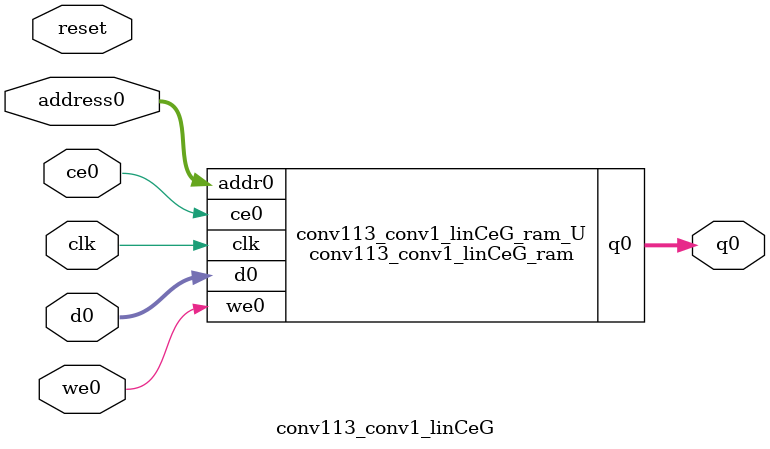
<source format=v>
`timescale 1 ns / 1 ps
module conv113_conv1_linCeG_ram (addr0, ce0, d0, we0, q0,  clk);

parameter DWIDTH = 8;
parameter AWIDTH = 9;
parameter MEM_SIZE = 322;

input[AWIDTH-1:0] addr0;
input ce0;
input[DWIDTH-1:0] d0;
input we0;
output reg[DWIDTH-1:0] q0;
input clk;

(* ram_style = "block" *)reg [DWIDTH-1:0] ram[0:MEM_SIZE-1];




always @(posedge clk)  
begin 
    if (ce0) begin
        if (we0) 
            ram[addr0] <= d0; 
        q0 <= ram[addr0];
    end
end


endmodule

`timescale 1 ns / 1 ps
module conv113_conv1_linCeG(
    reset,
    clk,
    address0,
    ce0,
    we0,
    d0,
    q0);

parameter DataWidth = 32'd8;
parameter AddressRange = 32'd322;
parameter AddressWidth = 32'd9;
input reset;
input clk;
input[AddressWidth - 1:0] address0;
input ce0;
input we0;
input[DataWidth - 1:0] d0;
output[DataWidth - 1:0] q0;



conv113_conv1_linCeG_ram conv113_conv1_linCeG_ram_U(
    .clk( clk ),
    .addr0( address0 ),
    .ce0( ce0 ),
    .we0( we0 ),
    .d0( d0 ),
    .q0( q0 ));

endmodule


</source>
